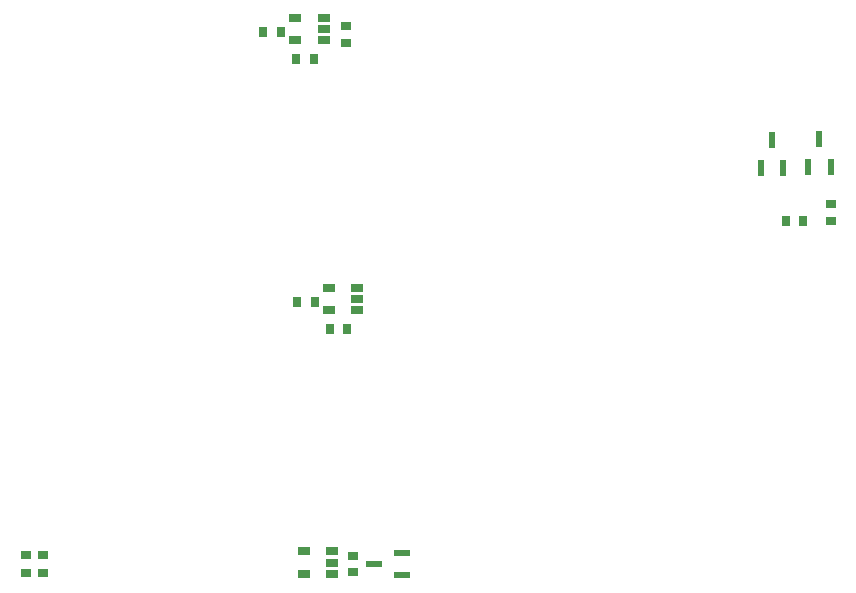
<source format=gbr>
%TF.GenerationSoftware,Altium Limited,Altium Designer,18.1.7 (191)*%
G04 Layer_Color=128*
%FSLAX43Y43*%
%MOMM*%
%TF.FileFunction,Paste,Bot*%
%TF.Part,Single*%
G01*
G75*
%TA.AperFunction,SMDPad,CuDef*%
%ADD19R,0.900X0.700*%
%ADD20R,0.600X1.450*%
%ADD21R,0.700X0.900*%
%ADD22R,1.100X0.650*%
%ADD23R,1.450X0.600*%
%ADD24R,0.900X0.800*%
D19*
X21775Y24057D02*
D03*
Y25557D02*
D03*
X23200Y24057D02*
D03*
Y25557D02*
D03*
X89953Y55341D02*
D03*
Y53841D02*
D03*
D20*
X89926Y58420D02*
D03*
X88026D02*
D03*
X88976Y60770D02*
D03*
X85913Y58388D02*
D03*
X84013D02*
D03*
X84963Y60738D02*
D03*
D21*
X86119Y53841D02*
D03*
X87619D02*
D03*
X44736Y47037D02*
D03*
X46236D02*
D03*
X49011Y44737D02*
D03*
X47511D02*
D03*
X46160Y67604D02*
D03*
X44660D02*
D03*
X41885Y69904D02*
D03*
X43385D02*
D03*
D22*
X49861Y48187D02*
D03*
Y47237D02*
D03*
Y46287D02*
D03*
X47461D02*
D03*
Y48187D02*
D03*
X47722Y25886D02*
D03*
Y24936D02*
D03*
Y23986D02*
D03*
X45322D02*
D03*
Y25886D02*
D03*
X47010Y71054D02*
D03*
Y70104D02*
D03*
Y69154D02*
D03*
X44610D02*
D03*
Y71054D02*
D03*
D23*
X53622Y25761D02*
D03*
Y23861D02*
D03*
X51272Y24811D02*
D03*
D24*
X49447Y25511D02*
D03*
Y24111D02*
D03*
X48903Y68958D02*
D03*
Y70358D02*
D03*
%TF.MD5,4fb2d349668d88abbe7203f1d4867ea7*%
M02*

</source>
